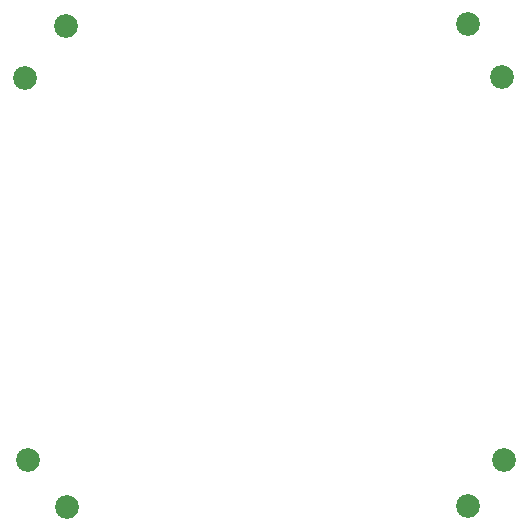
<source format=gtl>
G04 MADE WITH FRITZING*
G04 WWW.FRITZING.ORG*
G04 DOUBLE SIDED*
G04 HOLES PLATED*
G04 CONTOUR ON CENTER OF CONTOUR VECTOR*
%ASAXBY*%
%FSLAX23Y23*%
%MOIN*%
%OFA0B0*%
%SFA1.0B1.0*%
%ADD10C,0.079370*%
%LNCOPPER1*%
G90*
G70*
G54D10*
X1693Y245D03*
X1684Y1522D03*
X1571Y1697D03*
X104Y243D03*
X94Y1519D03*
X232Y1692D03*
X234Y86D03*
X1573Y91D03*
G04 End of Copper1*
M02*
</source>
